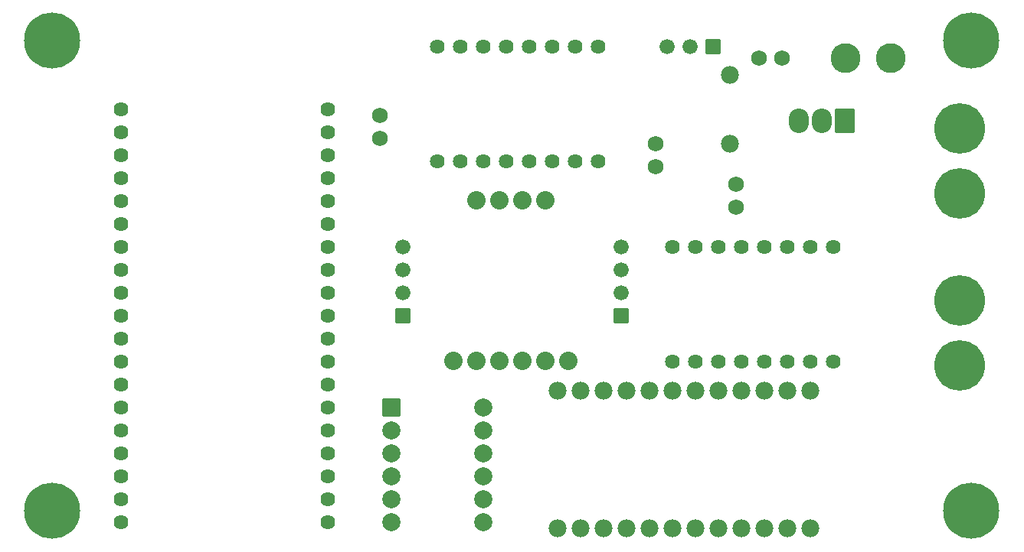
<source format=gts>
G04 Layer: TopSolderMaskLayer*
G04 EasyEDA v6.5.22, 2024-01-02 20:54:04*
G04 984ccde9b92444d3820f456cd2862b94,da3b0543d5484e77bd98afd5aefff037,10*
G04 Gerber Generator version 0.2*
G04 Scale: 100 percent, Rotated: No, Reflected: No *
G04 Dimensions in millimeters *
G04 leading zeros omitted , absolute positions ,4 integer and 5 decimal *
%FSLAX45Y45*%
%MOMM*%

%AMMACRO1*1,1,$1,$2,$3*1,1,$1,$4,$5*1,1,$1,0-$2,0-$3*1,1,$1,0-$4,0-$5*20,1,$1,$2,$3,$4,$5,0*20,1,$1,$4,$5,0-$2,0-$3,0*20,1,$1,0-$2,0-$3,0-$4,0-$5,0*20,1,$1,0-$4,0-$5,$2,$3,0*4,1,4,$2,$3,$4,$5,0-$2,0-$3,0-$4,0-$5,$2,$3,0*%
%ADD10MACRO1,0.1016X0.7874X-0.7874X0.7874X0.7874*%
%ADD11C,1.6764*%
%ADD12C,6.2032*%
%ADD13C,0.9016*%
%ADD14C,1.6256*%
%ADD15C,3.3016*%
%ADD16MACRO1,0.1016X0.7874X-0.7874X-0.7874X-0.7874*%
%ADD17C,1.7526*%
%ADD18C,1.7272*%
%ADD19C,5.6000*%
%ADD20C,1.9812*%
%ADD21C,2.0032*%
%ADD22MACRO1,0.2032X0.9X0.9X0.9X-0.9*%
%ADD23C,2.0320*%
%ADD24O,2.2031959999999997X2.7031949999999996*%
%ADD25MACRO1,0.2032X1.0008X-1.2497X-1.0008X-1.2497*%
%ADD26C,1.6240*%

%LPD*%
D10*
G01*
X6667487Y2539994D03*
D11*
G01*
X6667500Y2794000D03*
G01*
X6667500Y3048000D03*
G01*
X6667500Y3302000D03*
D10*
G01*
X4254492Y2539994D03*
D11*
G01*
X4254474Y2794000D03*
G01*
X4254474Y3048000D03*
G01*
X4254474Y3302000D03*
D12*
G01*
X381000Y5588000D03*
D13*
G01*
X152400Y5588000D03*
G01*
X215900Y5740400D03*
G01*
X381000Y5816600D03*
G01*
X609600Y5588000D03*
G01*
X546100Y5753100D03*
G01*
X533400Y5422900D03*
G01*
X381000Y5359400D03*
G01*
X215900Y5435600D03*
D12*
G01*
X10541000Y5588000D03*
D13*
G01*
X10312400Y5588000D03*
G01*
X10375900Y5740400D03*
G01*
X10541000Y5816600D03*
G01*
X10769600Y5588000D03*
G01*
X10706100Y5753100D03*
G01*
X10693400Y5422900D03*
G01*
X10541000Y5359400D03*
G01*
X10375900Y5435600D03*
D12*
G01*
X10541000Y381000D03*
D13*
G01*
X10312400Y381000D03*
G01*
X10375900Y533400D03*
G01*
X10541000Y609600D03*
G01*
X10769600Y381000D03*
G01*
X10706100Y546100D03*
G01*
X10693400Y215900D03*
G01*
X10541000Y152400D03*
G01*
X10375900Y228600D03*
D12*
G01*
X381000Y381000D03*
D13*
G01*
X152400Y381000D03*
G01*
X215900Y533400D03*
G01*
X381000Y609600D03*
G01*
X609600Y381000D03*
G01*
X546100Y546100D03*
G01*
X533400Y215900D03*
G01*
X381000Y152400D03*
G01*
X215900Y228600D03*
D14*
G01*
X5905500Y4254500D03*
G01*
X6159500Y4254500D03*
G01*
X6413500Y4254500D03*
G01*
X5651500Y4254500D03*
G01*
X5397500Y4254500D03*
G01*
X5143500Y4254500D03*
G01*
X4889500Y4254500D03*
G01*
X4635500Y4254500D03*
G01*
X4635500Y5524500D03*
G01*
X4889500Y5524500D03*
G01*
X5143500Y5524500D03*
G01*
X5397500Y5524500D03*
G01*
X5651500Y5524500D03*
G01*
X5905500Y5524500D03*
G01*
X6159500Y5524500D03*
G01*
X6413500Y5524500D03*
D15*
G01*
X9647986Y5397500D03*
G01*
X9147987Y5397500D03*
D11*
G01*
X7175474Y5524500D03*
G01*
X7429474Y5524500D03*
D16*
G01*
X7683484Y5524489D03*
D17*
G01*
X8191474Y5397500D03*
G01*
X8445474Y5397500D03*
D18*
G01*
X4000500Y4508500D03*
G01*
X4000500Y4762500D03*
D19*
G01*
X10413974Y3894480D03*
G01*
X10413974Y4614494D03*
D20*
G01*
X7873974Y4445000D03*
G01*
X7873974Y5207000D03*
D18*
G01*
X7048474Y4191000D03*
G01*
X7048474Y4445000D03*
G01*
X7937474Y4000500D03*
G01*
X7937474Y3746500D03*
D21*
G01*
X5143500Y254000D03*
G01*
X5143500Y508000D03*
G01*
X5143500Y762000D03*
G01*
X5143500Y1016000D03*
G01*
X5143500Y1270000D03*
G01*
X5143500Y1524000D03*
G01*
X4127500Y254000D03*
G01*
X4127500Y508000D03*
G01*
X4127500Y762000D03*
G01*
X4127500Y1016000D03*
G01*
X4127500Y1270000D03*
D22*
G01*
X4127492Y1523997D03*
D20*
G01*
X5969000Y1714500D03*
G01*
X6223000Y1714500D03*
G01*
X6477000Y1714500D03*
G01*
X6731000Y1714500D03*
G01*
X6985000Y1714500D03*
G01*
X7239000Y1714500D03*
G01*
X7493000Y1714500D03*
G01*
X7747000Y1714500D03*
G01*
X8001000Y1714500D03*
G01*
X8255000Y1714500D03*
G01*
X8509000Y1714500D03*
G01*
X8763000Y1714500D03*
G01*
X8763000Y190500D03*
G01*
X8509000Y190500D03*
G01*
X8255000Y190500D03*
G01*
X8001000Y190500D03*
G01*
X7747000Y190500D03*
G01*
X7493000Y190500D03*
G01*
X7239000Y190500D03*
G01*
X6985000Y190500D03*
G01*
X6731000Y190500D03*
G01*
X6477000Y190500D03*
G01*
X6223000Y190500D03*
G01*
X5969000Y190500D03*
D14*
G01*
X7747000Y3302000D03*
G01*
X7493000Y3302000D03*
G01*
X7239000Y3302000D03*
G01*
X8001000Y3302000D03*
G01*
X8255000Y3302000D03*
G01*
X8509000Y3302000D03*
G01*
X8763000Y3302000D03*
G01*
X9017000Y3302000D03*
G01*
X9017000Y2032000D03*
G01*
X8763000Y2032000D03*
G01*
X8509000Y2032000D03*
G01*
X8255000Y2032000D03*
G01*
X8001000Y2032000D03*
G01*
X7747000Y2032000D03*
G01*
X7493000Y2032000D03*
G01*
X7239000Y2032000D03*
D23*
G01*
X4813300Y2044700D03*
G01*
X5067300Y2044700D03*
G01*
X5321300Y2044700D03*
G01*
X5575300Y2044700D03*
G01*
X5829300Y2044700D03*
G01*
X6083300Y2044700D03*
G01*
X5067300Y3822700D03*
G01*
X5321300Y3822700D03*
G01*
X5575300Y3822700D03*
G01*
X5829300Y3822700D03*
D24*
G01*
X8889974Y4698974D03*
G01*
X8635974Y4698974D03*
D25*
G01*
X9143982Y4698989D03*
D26*
G01*
X1143000Y253974D03*
G01*
X1143000Y507974D03*
G01*
X1143000Y761974D03*
G01*
X1143000Y1015974D03*
G01*
X1143000Y1269974D03*
G01*
X1143000Y1523974D03*
G01*
X1143000Y1777974D03*
G01*
X1143000Y2031974D03*
G01*
X1143000Y2285974D03*
G01*
X1143000Y2539974D03*
G01*
X1143000Y2793974D03*
G01*
X1143000Y3047974D03*
G01*
X1143000Y3301974D03*
G01*
X1143000Y3555974D03*
G01*
X1143000Y3809974D03*
G01*
X1143000Y4063974D03*
G01*
X1143000Y4317974D03*
G01*
X1143000Y4571974D03*
G01*
X1143000Y4825974D03*
G01*
X3429000Y253974D03*
G01*
X3429000Y507974D03*
G01*
X3429000Y761974D03*
G01*
X3429000Y1015974D03*
G01*
X3429000Y1269974D03*
G01*
X3429000Y1523974D03*
G01*
X3429000Y1777974D03*
G01*
X3429000Y2031974D03*
G01*
X3429000Y2285974D03*
G01*
X3429000Y2539974D03*
G01*
X3429000Y2793974D03*
G01*
X3429000Y3047974D03*
G01*
X3429000Y3301974D03*
G01*
X3429000Y3555974D03*
G01*
X3429000Y3809974D03*
G01*
X3429000Y4063974D03*
G01*
X3429000Y4317974D03*
G01*
X3429000Y4571974D03*
G01*
X3429000Y4825974D03*
D19*
G01*
X10413974Y1989505D03*
G01*
X10413974Y2709519D03*
M02*

</source>
